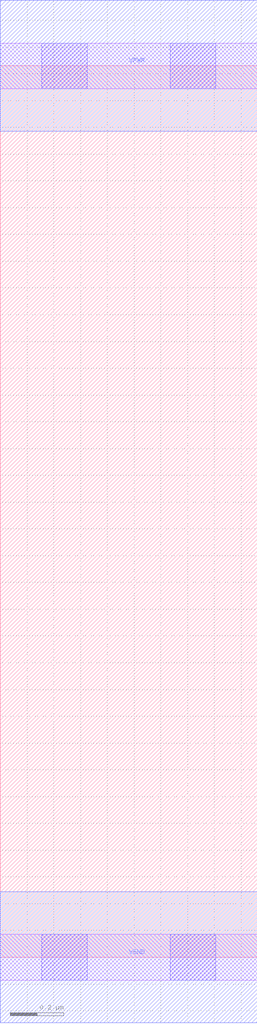
<source format=lef>
# Copyright 2020 The SkyWater PDK Authors
#
# Licensed under the Apache License, Version 2.0 (the "License");
# you may not use this file except in compliance with the License.
# You may obtain a copy of the License at
#
#     https://www.apache.org/licenses/LICENSE-2.0
#
# Unless required by applicable law or agreed to in writing, software
# distributed under the License is distributed on an "AS IS" BASIS,
# WITHOUT WARRANTIES OR CONDITIONS OF ANY KIND, either express or implied.
# See the License for the specific language governing permissions and
# limitations under the License.
#
# SPDX-License-Identifier: Apache-2.0

VERSION 5.7 ;
  NOWIREEXTENSIONATPIN ON ;
  DIVIDERCHAR "/" ;
  BUSBITCHARS "[]" ;
UNITS
  DATABASE MICRONS 200 ;
END UNITS
MACRO sky130_fd_sc_ls__fill_2
  CLASS CORE SPACER ;
  FOREIGN sky130_fd_sc_ls__fill_2 ;
  ORIGIN  0.000000  0.000000 ;
  SIZE  0.960000 BY  3.330000 ;
  SYMMETRY X Y ;
  SITE unit ;
  PIN VGND
    DIRECTION INOUT ;
    SHAPE ABUTMENT ;
    USE GROUND ;
    PORT
      LAYER met1 ;
        RECT 0.000000 -0.245000 0.960000 0.245000 ;
    END
  END VGND
  PIN VPWR
    DIRECTION INOUT ;
    SHAPE ABUTMENT ;
    USE POWER ;
    PORT
      LAYER met1 ;
        RECT 0.000000 3.085000 0.960000 3.575000 ;
    END
  END VPWR
  OBS
    LAYER li1 ;
      RECT 0.000000 -0.085000 0.960000 0.085000 ;
      RECT 0.000000  3.245000 0.960000 3.415000 ;
    LAYER mcon ;
      RECT 0.155000 -0.085000 0.325000 0.085000 ;
      RECT 0.155000  3.245000 0.325000 3.415000 ;
      RECT 0.635000 -0.085000 0.805000 0.085000 ;
      RECT 0.635000  3.245000 0.805000 3.415000 ;
  END
END sky130_fd_sc_ls__fill_2
END LIBRARY

</source>
